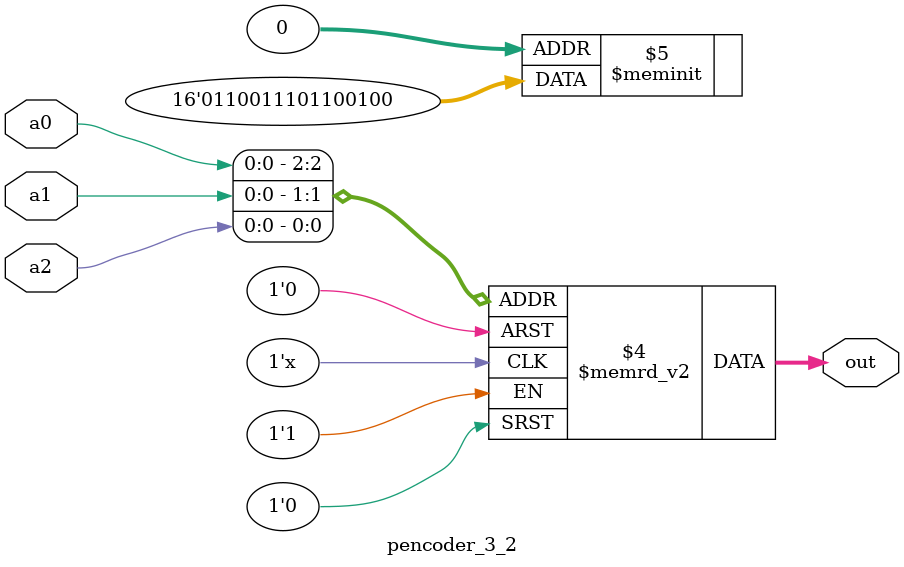
<source format=v>
module pencoder_3_2 (
  input a0,
  input a1,
  input a2,
  output reg [1:0] out
);

always @(*) begin
  case({a0,a1,a2})
    3'b001 : out = 2'b01;
    3'b011 : out = 2'b01;
    3'b101 : out = 2'b01;
    3'b111 : out = 2'b01;

    3'b010 : out = 2'b10;
    3'b110 : out = 2'b10;

    3'b100 : out = 2'b11;

    3'b000 : out = 2'b00;
  endcase
end

endmodule

</source>
